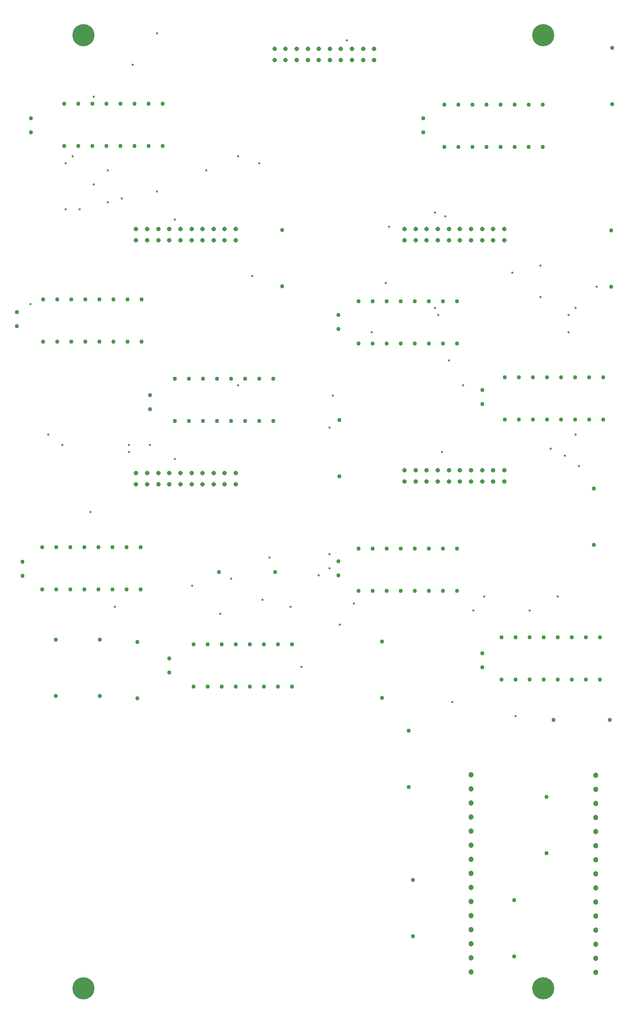
<source format=gbr>
G04 PROTEUS GERBER X2 FILE*
%TF.GenerationSoftware,Labcenter,Proteus,8.9-SP2-Build28501*%
%TF.CreationDate,2020-06-14T21:48:05+00:00*%
%TF.FileFunction,Plated,1,2,PTH*%
%TF.FilePolarity,Positive*%
%TF.Part,Single*%
%TF.SameCoordinates,{e504a607-b79b-4a28-9592-e2b99df874d4}*%
%FSLAX45Y45*%
%MOMM*%
G01*
%TA.AperFunction,ViaDrill*%
%ADD38C,0.381000*%
%TA.AperFunction,ComponentDrill*%
%ADD39C,0.762000*%
%TA.AperFunction,ComponentDrill*%
%ADD40C,0.965200*%
%TA.AperFunction,ComponentDrill*%
%ADD41C,0.812800*%
%TA.AperFunction,OtherDrill,Unknown*%
%ADD42C,4.000000*%
%TD.AperFunction*%
D38*
X+3556000Y-3683000D03*
X-1778000Y-1841500D03*
X+635000Y-1651000D03*
X-3683000Y-1714500D03*
X-508000Y-1714500D03*
X+4635500Y+1397000D03*
X-4889500Y+1397000D03*
X+2603500Y+2286000D03*
X-1460500Y+2286000D03*
X+4000500Y+4445000D03*
X+4000500Y+3873500D03*
X-1016000Y-1587500D03*
X+2413000Y-3429000D03*
X+0Y-1143000D03*
X+1270000Y+5143500D03*
X+2286000Y+5334000D03*
X-3048000Y+1206500D03*
X-3429000Y+1079500D03*
X-2603500Y+952500D03*
X+2984500Y-1524000D03*
X+4318000Y-1524000D03*
X+381000Y-2032000D03*
X+190500Y-1016000D03*
X+190500Y-762000D03*
X+3492500Y+4318000D03*
X+190500Y+1524000D03*
X+3810000Y-1778000D03*
X+2349500Y+2730500D03*
X-4635500Y+1206500D03*
X+2794000Y-1778000D03*
X-3429000Y+1206500D03*
X-317500Y-2794000D03*
X+4508500Y+3238500D03*
X-1206500Y+4254500D03*
X+5016500Y+4064000D03*
X-4064000Y+7493000D03*
X-2921000Y+5778500D03*
X-5207000Y+3746500D03*
X-1079500Y+6286500D03*
X-4572000Y+6286500D03*
X+2222500Y+1079500D03*
X+2095500Y+5397500D03*
X+952500Y+3238500D03*
X-1460500Y+6413500D03*
X-4445000Y+6413500D03*
X-4318000Y+5461000D03*
X-3365500Y+8064500D03*
X+4191000Y+1143000D03*
X-1587500Y-1206500D03*
X-2603500Y+5270500D03*
X-4572000Y+5461000D03*
X+1206500Y+4127500D03*
X-2032000Y+6159500D03*
X-3810000Y+6159500D03*
X+4445000Y+1016000D03*
X-4127500Y+0D03*
X-3810000Y+5588000D03*
X+4699000Y+825500D03*
X-889000Y-825500D03*
X-3556000Y+5651500D03*
X+4635500Y+3683000D03*
X+2095500Y+3683000D03*
X-4064000Y+5905500D03*
X+4508500Y+3556000D03*
X+2159000Y+3556000D03*
X+508000Y+8509000D03*
X-2921000Y+8636000D03*
X+254000Y+2095500D03*
X-2286000Y-1333500D03*
D39*
X+3303000Y-3025000D03*
X+3557000Y-3025000D03*
X+3811000Y-3025000D03*
X+4065000Y-3025000D03*
X+4319000Y-3025000D03*
X+4573000Y-3025000D03*
X+4827000Y-3025000D03*
X+5081000Y-3025000D03*
X+5081000Y-2263000D03*
X+4827000Y-2263000D03*
X+4573000Y-2263000D03*
X+4319000Y-2263000D03*
X+4065000Y-2263000D03*
X+3811000Y-2263000D03*
X+3557000Y-2263000D03*
X+3303000Y-2263000D03*
X+2497000Y-666000D03*
X+2243000Y-666000D03*
X+1989000Y-666000D03*
X+1735000Y-666000D03*
X+1481000Y-666000D03*
X+1227000Y-666000D03*
X+973000Y-666000D03*
X+719000Y-666000D03*
X+719000Y-1428000D03*
X+973000Y-1428000D03*
X+1227000Y-1428000D03*
X+1481000Y-1428000D03*
X+1735000Y-1428000D03*
X+1989000Y-1428000D03*
X+2243000Y-1428000D03*
X+2497000Y-1428000D03*
X-2266000Y-3150000D03*
X-2012000Y-3150000D03*
X-1758000Y-3150000D03*
X-1504000Y-3150000D03*
X-1250000Y-3150000D03*
X-996000Y-3150000D03*
X-742000Y-3150000D03*
X-488000Y-3150000D03*
X-488000Y-2388000D03*
X-742000Y-2388000D03*
X-996000Y-2388000D03*
X-1250000Y-2388000D03*
X-1504000Y-2388000D03*
X-1758000Y-2388000D03*
X-2012000Y-2388000D03*
X-2266000Y-2388000D03*
X-3222000Y-634000D03*
X-3476000Y-634000D03*
X-3730000Y-634000D03*
X-3984000Y-634000D03*
X-4238000Y-634000D03*
X-4492000Y-634000D03*
X-4746000Y-634000D03*
X-5000000Y-634000D03*
X-5000000Y-1396000D03*
X-4746000Y-1396000D03*
X-4492000Y-1396000D03*
X-4238000Y-1396000D03*
X-3984000Y-1396000D03*
X-3730000Y-1396000D03*
X-3476000Y-1396000D03*
X-3222000Y-1396000D03*
X-4978000Y+3068000D03*
X-4724000Y+3068000D03*
X-4470000Y+3068000D03*
X-4216000Y+3068000D03*
X-3962000Y+3068000D03*
X-3708000Y+3068000D03*
X-3454000Y+3068000D03*
X-3200000Y+3068000D03*
X-3200000Y+3830000D03*
X-3454000Y+3830000D03*
X-3708000Y+3830000D03*
X-3962000Y+3830000D03*
X-4216000Y+3830000D03*
X-4470000Y+3830000D03*
X-4724000Y+3830000D03*
X-4978000Y+3830000D03*
X-822000Y+2398000D03*
X-1076000Y+2398000D03*
X-1330000Y+2398000D03*
X-1584000Y+2398000D03*
X-1838000Y+2398000D03*
X-2092000Y+2398000D03*
X-2346000Y+2398000D03*
X-2600000Y+2398000D03*
X-2600000Y+1636000D03*
X-2346000Y+1636000D03*
X-2092000Y+1636000D03*
X-1838000Y+1636000D03*
X-1584000Y+1636000D03*
X-1330000Y+1636000D03*
X-1076000Y+1636000D03*
X-822000Y+1636000D03*
X+722000Y+3036000D03*
X+976000Y+3036000D03*
X+1230000Y+3036000D03*
X+1484000Y+3036000D03*
X+1738000Y+3036000D03*
X+1992000Y+3036000D03*
X+2246000Y+3036000D03*
X+2500000Y+3036000D03*
X+2500000Y+3798000D03*
X+2246000Y+3798000D03*
X+1992000Y+3798000D03*
X+1738000Y+3798000D03*
X+1484000Y+3798000D03*
X+1230000Y+3798000D03*
X+976000Y+3798000D03*
X+722000Y+3798000D03*
X+5136000Y+2430000D03*
X+4882000Y+2430000D03*
X+4628000Y+2430000D03*
X+4374000Y+2430000D03*
X+4120000Y+2430000D03*
X+3866000Y+2430000D03*
X+3612000Y+2430000D03*
X+3358000Y+2430000D03*
X+3358000Y+1668000D03*
X+3612000Y+1668000D03*
X+3866000Y+1668000D03*
X+4120000Y+1668000D03*
X+4374000Y+1668000D03*
X+4628000Y+1668000D03*
X+4882000Y+1668000D03*
X+5136000Y+1668000D03*
X-4597000Y+6598000D03*
X-4343000Y+6598000D03*
X-4089000Y+6598000D03*
X-3835000Y+6598000D03*
X-3581000Y+6598000D03*
X-3327000Y+6598000D03*
X-3073000Y+6598000D03*
X-2819000Y+6598000D03*
X-2819000Y+7360000D03*
X-3073000Y+7360000D03*
X-3327000Y+7360000D03*
X-3581000Y+7360000D03*
X-3835000Y+7360000D03*
X-4089000Y+7360000D03*
X-4343000Y+7360000D03*
X-4597000Y+7360000D03*
X+4042000Y+7350000D03*
X+3788000Y+7350000D03*
X+3534000Y+7350000D03*
X+3280000Y+7350000D03*
X+3026000Y+7350000D03*
X+2772000Y+7350000D03*
X+2518000Y+7350000D03*
X+2264000Y+7350000D03*
X+2264000Y+6588000D03*
X+2518000Y+6588000D03*
X+2772000Y+6588000D03*
X+3026000Y+6588000D03*
X+3280000Y+6588000D03*
X+3534000Y+6588000D03*
X+3788000Y+6588000D03*
X+4042000Y+6588000D03*
D40*
X+5000000Y-4756000D03*
X+5000000Y-5010000D03*
X+5000000Y-5264000D03*
X+5000000Y-5518000D03*
X+5000000Y-5772000D03*
X+5000000Y-6026000D03*
X+5000000Y-6280000D03*
X+5000000Y-6534000D03*
X+5000000Y-6788000D03*
X+5000000Y-7042000D03*
X+5000000Y-7296000D03*
X+5000000Y-7550000D03*
X+5000000Y-7804000D03*
X+5000000Y-8058000D03*
X+5000000Y-8312000D03*
X+2750000Y-4742000D03*
X+2750000Y-4996000D03*
X+2750000Y-5250000D03*
X+2750000Y-5504000D03*
X+2750000Y-5758000D03*
X+2750000Y-6012000D03*
X+2750000Y-6266000D03*
X+2750000Y-6520000D03*
X+2750000Y-6774000D03*
X+2750000Y-7028000D03*
X+2750000Y-7282000D03*
X+2750000Y-7536000D03*
X+2750000Y-7790000D03*
X+2750000Y-8044000D03*
X+2750000Y-8298000D03*
D41*
X-3300000Y+500000D03*
X-3300000Y+700000D03*
X-3100000Y+500000D03*
X-3100000Y+700000D03*
X-2900000Y+500000D03*
X-2900000Y+700000D03*
X-2700000Y+500000D03*
X-2700000Y+700000D03*
X-2500000Y+500000D03*
X-2500000Y+700000D03*
X-2300000Y+500000D03*
X-2300000Y+700000D03*
X-2100000Y+500000D03*
X-2100000Y+700000D03*
X-1900000Y+500000D03*
X-1900000Y+700000D03*
X-1700000Y+500000D03*
X-1700000Y+700000D03*
X-1500000Y+500000D03*
X-1500000Y+700000D03*
X+1550000Y+550000D03*
X+1550000Y+750000D03*
X+1750000Y+550000D03*
X+1750000Y+750000D03*
X+1950000Y+550000D03*
X+1950000Y+750000D03*
X+2150000Y+550000D03*
X+2150000Y+750000D03*
X+2350000Y+550000D03*
X+2350000Y+750000D03*
X+2550000Y+550000D03*
X+2550000Y+750000D03*
X+2750000Y+550000D03*
X+2750000Y+750000D03*
X+2950000Y+550000D03*
X+2950000Y+750000D03*
X+3150000Y+550000D03*
X+3150000Y+750000D03*
X+3350000Y+550000D03*
X+3350000Y+750000D03*
X-3300000Y+4900000D03*
X-3300000Y+5100000D03*
X-3100000Y+4900000D03*
X-3100000Y+5100000D03*
X-2900000Y+4900000D03*
X-2900000Y+5100000D03*
X-2700000Y+4900000D03*
X-2700000Y+5100000D03*
X-2500000Y+4900000D03*
X-2500000Y+5100000D03*
X-2300000Y+4900000D03*
X-2300000Y+5100000D03*
X-2100000Y+4900000D03*
X-2100000Y+5100000D03*
X-1900000Y+4900000D03*
X-1900000Y+5100000D03*
X-1700000Y+4900000D03*
X-1700000Y+5100000D03*
X-1500000Y+4900000D03*
X-1500000Y+5100000D03*
X+1550000Y+4900000D03*
X+1550000Y+5100000D03*
X+1750000Y+4900000D03*
X+1750000Y+5100000D03*
X+1950000Y+4900000D03*
X+1950000Y+5100000D03*
X+2150000Y+4900000D03*
X+2150000Y+5100000D03*
X+2350000Y+4900000D03*
X+2350000Y+5100000D03*
X+2550000Y+4900000D03*
X+2550000Y+5100000D03*
X+2750000Y+4900000D03*
X+2750000Y+5100000D03*
X+2950000Y+4900000D03*
X+2950000Y+5100000D03*
X+3150000Y+4900000D03*
X+3150000Y+5100000D03*
X+3350000Y+4900000D03*
X+3350000Y+5100000D03*
X-800000Y+8150000D03*
X-800000Y+8350000D03*
X-600000Y+8150000D03*
X-600000Y+8350000D03*
X-400000Y+8150000D03*
X-400000Y+8350000D03*
X-200000Y+8150000D03*
X-200000Y+8350000D03*
X+0Y+8150000D03*
X+0Y+8350000D03*
X+200000Y+8150000D03*
X+200000Y+8350000D03*
X+400000Y+8150000D03*
X+400000Y+8350000D03*
X+600000Y+8150000D03*
X+600000Y+8350000D03*
X+800000Y+8150000D03*
X+800000Y+8350000D03*
X+1000000Y+8150000D03*
X+1000000Y+8350000D03*
D39*
X-3274000Y-2347000D03*
X-3274000Y-3363000D03*
X+1628000Y-3950000D03*
X+1628000Y-4966000D03*
X+4115000Y-5142000D03*
X+4115000Y-6158000D03*
X-3957000Y-2308000D03*
X-3957000Y-3324000D03*
X-4755000Y-2306000D03*
X-4755000Y-3322000D03*
X+1703000Y-6642000D03*
X+1703000Y-7658000D03*
X-1802000Y-1085000D03*
X-786000Y-1085000D03*
X+4966000Y+421000D03*
X+4966000Y-595000D03*
X-662000Y+5085000D03*
X-662000Y+4069000D03*
X+5284000Y+5081000D03*
X+5284000Y+4065000D03*
X+1139000Y-2336000D03*
X+1139000Y-3352000D03*
X+4239000Y-3756000D03*
X+5255000Y-3756000D03*
X+369000Y+1658000D03*
X+369000Y+642000D03*
X+5298000Y+8368000D03*
X+5298000Y+7352000D03*
X+3533000Y-7002000D03*
X+3533000Y-8018000D03*
X+1884000Y+6850000D03*
X+1884000Y+7104000D03*
X-3050000Y+2104000D03*
X-3050000Y+1850000D03*
X+350000Y+3554000D03*
X+350000Y+3300000D03*
X+2950000Y-2804000D03*
X+2950000Y-2550000D03*
X+350000Y-1150000D03*
X+350000Y-896000D03*
X+2950000Y+2200000D03*
X+2950000Y+1946000D03*
X-5350000Y-1154000D03*
X-5350000Y-900000D03*
X-2700000Y-2646000D03*
X-2700000Y-2900000D03*
X-5450000Y+3604000D03*
X-5450000Y+3350000D03*
X-5200000Y+7104000D03*
X-5200000Y+6850000D03*
D42*
X+4050000Y+8600000D03*
X-4250000Y+8600000D03*
X+4050000Y-8600000D03*
X-4250000Y-8600000D03*
M02*

</source>
